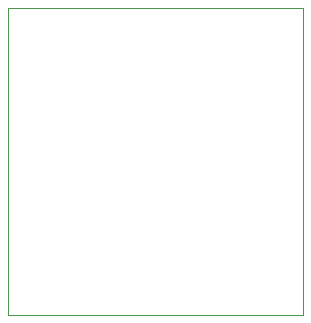
<source format=gm1>
G04 #@! TF.GenerationSoftware,KiCad,Pcbnew,(6.0.9)*
G04 #@! TF.CreationDate,2023-01-08T15:40:12+09:00*
G04 #@! TF.ProjectId,WBMon,57424d6f-6e2e-46b6-9963-61645f706362,1.0*
G04 #@! TF.SameCoordinates,Original*
G04 #@! TF.FileFunction,Profile,NP*
%FSLAX46Y46*%
G04 Gerber Fmt 4.6, Leading zero omitted, Abs format (unit mm)*
G04 Created by KiCad (PCBNEW (6.0.9)) date 2023-01-08 15:40:12*
%MOMM*%
%LPD*%
G01*
G04 APERTURE LIST*
G04 #@! TA.AperFunction,Profile*
%ADD10C,0.100000*%
G04 #@! TD*
G04 APERTURE END LIST*
D10*
X-12500000Y-13000000D02*
X-12500000Y13000000D01*
X-12500000Y13000000D02*
X12500000Y13000000D01*
X12500000Y13000000D02*
X12500000Y-13000000D01*
X12500000Y-13000000D02*
X-12500000Y-13000000D01*
M02*

</source>
